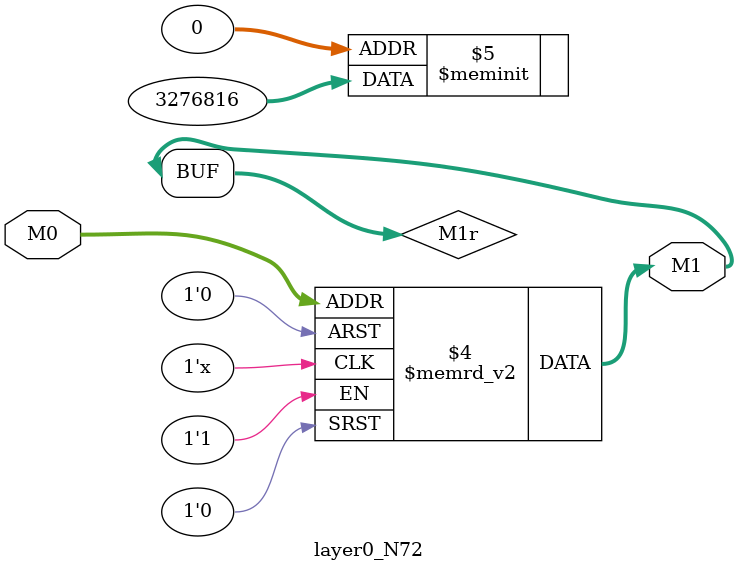
<source format=v>
module layer0_N72 ( input [3:0] M0, output [1:0] M1 );

	(*rom_style = "distributed" *) reg [1:0] M1r;
	assign M1 = M1r;
	always @ (M0) begin
		case (M0)
			4'b0000: M1r = 2'b00;
			4'b1000: M1r = 2'b10;
			4'b0100: M1r = 2'b00;
			4'b1100: M1r = 2'b00;
			4'b0010: M1r = 2'b01;
			4'b1010: M1r = 2'b11;
			4'b0110: M1r = 2'b00;
			4'b1110: M1r = 2'b00;
			4'b0001: M1r = 2'b00;
			4'b1001: M1r = 2'b00;
			4'b0101: M1r = 2'b00;
			4'b1101: M1r = 2'b00;
			4'b0011: M1r = 2'b00;
			4'b1011: M1r = 2'b00;
			4'b0111: M1r = 2'b00;
			4'b1111: M1r = 2'b00;

		endcase
	end
endmodule

</source>
